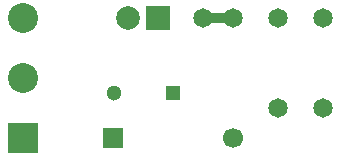
<source format=gbr>
G04 #@! TF.FileFunction,Copper,L1,Top,Signal*
%FSLAX46Y46*%
G04 Gerber Fmt 4.6, Leading zero omitted, Abs format (unit mm)*
G04 Created by KiCad (PCBNEW 4.0.0-rc1-stable) date 30/11/2015 05:12:47 p.m.*
%MOMM*%
G01*
G04 APERTURE LIST*
%ADD10C,0.100000*%
%ADD11R,1.300000X1.300000*%
%ADD12C,1.300000*%
%ADD13R,2.000000X2.000000*%
%ADD14C,2.000000*%
%ADD15C,1.699260*%
%ADD16R,1.699260X1.699260*%
%ADD17R,2.540000X2.540000*%
%ADD18C,2.540000*%
%ADD19C,1.651000*%
%ADD20C,0.812800*%
G04 APERTURE END LIST*
D10*
D11*
X162560000Y-111760000D03*
D12*
X157560000Y-111760000D03*
D13*
X161290000Y-105410000D03*
D14*
X158750000Y-105410000D03*
D15*
X167640520Y-115567460D03*
D16*
X157480520Y-115567460D03*
D17*
X149860000Y-115570000D03*
D18*
X149860000Y-110490000D03*
X149860000Y-105410000D03*
D19*
X171450000Y-105410000D03*
X171450000Y-113030000D03*
X175260000Y-105410000D03*
X175260000Y-113030000D03*
X167640000Y-105410000D03*
X165100000Y-105410000D03*
D20*
X165100000Y-105410000D02*
X167640000Y-105410000D01*
M02*

</source>
